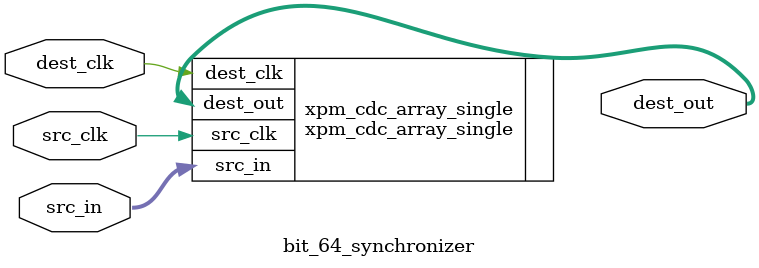
<source format=v>


// Since we're doing wrappers, we also take the opportunity to: fix
// parameters for the Xilinx IP SV modules.

// ================================================================
// RSTN synchronizer

module reset_synchronizer (input wire   src_resetn,
			   input wire   dest_clk,
			   output wire  dest_resetn);

   xpm_cdc_sync_rst #(.INIT (0))    // for active low reset
   xpm_cdc_sync_rst_inst (.src_rst  (src_resetn),
			  .dest_clk (dest_clk),
			  .dest_rst (dest_resetn));
endmodule // reset_synchronizer

// ================================================================
// 1-bit synchronizer

module bit_1_synchronizer (input  wire  src_clk,
			   input  wire  src_in,
			   input  wire  dest_clk,
			   output wire  dest_out
);

   xpm_cdc_single
     xpm_cdc_single (.src_clk  (src_clk),
		     .src_in   (src_in),
		     .dest_clk (dest_clk),
		     .dest_out (dest_out));
endmodule

// ================================================================
// 64-bit synchronizer

module bit_64_synchronizer (input  wire        src_clk,
			    input wire [63:0]  src_in,
			    input wire 	       dest_clk,
			    output wire [63:0] dest_out
);

   xpm_cdc_array_single #(.WIDTH (64))
   xpm_cdc_array_single (.src_clk  (src_clk),
			 .src_in   (src_in),
			 .dest_clk (dest_clk),
			 .dest_out (dest_out));
endmodule

// ================================================================

</source>
